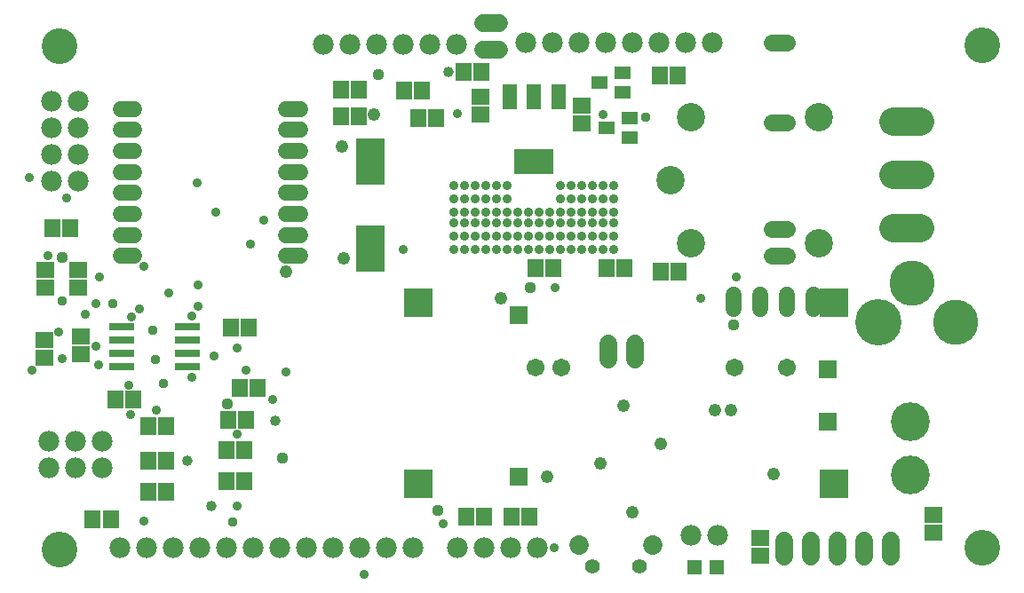
<source format=gbr>
G04 EAGLE Gerber RS-274X export*
G75*
%MOMM*%
%FSLAX34Y34*%
%LPD*%
%INSoldermask Top*%
%IPPOS*%
%AMOC8*
5,1,8,0,0,1.08239X$1,22.5*%
G01*
%ADD10C,3.403200*%
%ADD11R,1.422400X2.438400*%
%ADD12R,3.803200X2.403200*%
%ADD13R,1.503200X1.703200*%
%ADD14C,1.981200*%
%ADD15R,1.703200X1.503200*%
%ADD16C,2.703200*%
%ADD17C,2.743200*%
%ADD18R,1.603200X1.203200*%
%ADD19C,1.511200*%
%ADD20C,1.611200*%
%ADD21R,2.703200X4.503200*%
%ADD22R,1.403200X1.403200*%
%ADD23R,2.403200X0.703200*%
%ADD24C,1.411200*%
%ADD25C,1.853200*%
%ADD26C,1.727200*%
%ADD27R,1.727200X1.727200*%
%ADD28C,1.524000*%
%ADD29R,2.703200X2.703200*%
%ADD30C,4.419200*%
%ADD31C,4.318000*%
%ADD32C,3.703200*%
%ADD33C,1.711200*%
%ADD34C,0.914400*%
%ADD35C,1.209600*%
%ADD36C,1.009600*%
%ADD37C,0.959600*%
%ADD38C,1.109600*%


D10*
X35000Y514700D03*
X35000Y35000D03*
X914800Y36500D03*
X914800Y515700D03*
D11*
X510794Y466598D03*
X487680Y466598D03*
X464566Y466598D03*
D12*
X487680Y404620D03*
D13*
X28330Y341630D03*
X45330Y341630D03*
D14*
X414020Y516890D03*
X388620Y516890D03*
X363220Y516890D03*
X337820Y516890D03*
X312420Y516890D03*
X287020Y516890D03*
D13*
X437760Y490220D03*
X420760Y490220D03*
D14*
X657860Y518160D03*
X632460Y518160D03*
X607060Y518160D03*
X581660Y518160D03*
X556260Y518160D03*
X530860Y518160D03*
X505460Y518160D03*
X480060Y518160D03*
D13*
X363610Y472440D03*
X380610Y472440D03*
D15*
X436880Y466970D03*
X436880Y449970D03*
X532892Y458588D03*
X532892Y441588D03*
D14*
X414176Y36564D03*
X439576Y36564D03*
X464976Y36564D03*
X490376Y36564D03*
D15*
X21590Y301870D03*
X21590Y284870D03*
D16*
X637540Y447040D03*
X637540Y327040D03*
X759540Y447040D03*
X759540Y327040D03*
X617540Y387040D03*
D17*
X830580Y341630D02*
X855980Y341630D01*
X855980Y392430D02*
X830580Y392430D01*
X830580Y443230D02*
X855980Y443230D01*
D13*
X607704Y486918D03*
X624704Y486918D03*
D18*
X550340Y480060D03*
X572340Y489560D03*
X572340Y470560D03*
D13*
X556650Y303022D03*
X573650Y303022D03*
D14*
X27940Y462280D03*
X53340Y462280D03*
X27940Y436880D03*
X53340Y436880D03*
X27940Y411480D03*
X53340Y411480D03*
X27940Y386080D03*
X53340Y386080D03*
D19*
X93450Y314970D02*
X106530Y314970D01*
X106530Y334970D02*
X93450Y334970D01*
X93450Y354970D02*
X106530Y354970D01*
X106530Y374970D02*
X93450Y374970D01*
X93450Y394970D02*
X106530Y394970D01*
X106530Y414970D02*
X93450Y414970D01*
X93450Y434970D02*
X106530Y434970D01*
X106530Y454970D02*
X93450Y454970D01*
X251530Y314970D02*
X264610Y314970D01*
X264610Y334970D02*
X251530Y334970D01*
X251530Y354970D02*
X264610Y354970D01*
X264610Y374970D02*
X251530Y374970D01*
X251530Y394970D02*
X264610Y394970D01*
X264610Y414970D02*
X251530Y414970D01*
X251530Y434970D02*
X264610Y434970D01*
X264610Y454970D02*
X251530Y454970D01*
D20*
X714320Y314960D02*
X728400Y314960D01*
X728400Y340360D02*
X714320Y340360D01*
X714320Y441960D02*
X728400Y441960D01*
X728400Y518160D02*
X714320Y518160D01*
D21*
X331470Y321720D03*
X331470Y404720D03*
D15*
X703072Y45838D03*
X703072Y28838D03*
D22*
X640756Y18034D03*
X661756Y18034D03*
D23*
X94190Y247650D03*
X94190Y235050D03*
X94190Y222350D03*
X94190Y209650D03*
X157270Y247650D03*
X157270Y234950D03*
X157270Y222250D03*
X157270Y209550D03*
D13*
X215510Y246380D03*
X198510Y246380D03*
D14*
X76200Y138430D03*
X76200Y113030D03*
X50800Y138430D03*
X50800Y113030D03*
X25400Y138430D03*
X25400Y113030D03*
X92710Y36830D03*
X118110Y36830D03*
X143510Y36830D03*
X168910Y36830D03*
X194310Y36830D03*
X219710Y36830D03*
X372110Y36830D03*
X346710Y36830D03*
X321310Y36830D03*
X295910Y36830D03*
X270510Y36830D03*
X245110Y36830D03*
D13*
X394580Y446278D03*
X377580Y446278D03*
D15*
X21082Y235068D03*
X21082Y218068D03*
D13*
X465972Y65786D03*
X482972Y65786D03*
D24*
X588036Y18754D03*
X543036Y18754D03*
D25*
X600536Y38754D03*
X530536Y38754D03*
D13*
X320920Y448310D03*
X303920Y448310D03*
X303920Y473710D03*
X320920Y473710D03*
X119770Y90170D03*
X136770Y90170D03*
X119770Y119380D03*
X136770Y119380D03*
X136770Y152400D03*
X119770Y152400D03*
X206892Y189230D03*
X223892Y189230D03*
X212970Y158750D03*
X195970Y158750D03*
X194700Y100330D03*
X211700Y100330D03*
X211700Y129540D03*
X194700Y129540D03*
D14*
X662686Y48514D03*
X637286Y48514D03*
D15*
X53340Y284870D03*
X53340Y301870D03*
X55372Y237862D03*
X55372Y220862D03*
D18*
X556690Y436880D03*
X578690Y446380D03*
X578690Y427380D03*
D13*
X488832Y303276D03*
X505832Y303276D03*
X105274Y177546D03*
X88274Y177546D03*
X608466Y299974D03*
X625466Y299974D03*
D15*
X868426Y67682D03*
X868426Y50682D03*
D13*
X83938Y64008D03*
X66938Y64008D03*
D26*
X777240Y43180D02*
X777240Y27940D01*
X802640Y27940D02*
X802640Y43180D01*
X828040Y43180D02*
X828040Y27940D01*
X751840Y27940D02*
X751840Y43180D01*
X726440Y43180D02*
X726440Y27940D01*
D27*
X767370Y156686D03*
X767370Y206686D03*
X473370Y104686D03*
X473370Y258686D03*
D28*
X753872Y264668D02*
X753872Y277876D01*
X728472Y277876D02*
X728472Y264668D01*
X703072Y264668D02*
X703072Y277876D01*
X677672Y277876D02*
X677672Y264668D01*
D26*
X454660Y537210D02*
X439420Y537210D01*
X439420Y511810D02*
X454660Y511810D01*
D29*
X773430Y97790D03*
X773430Y270510D03*
X377190Y270510D03*
X377190Y97790D03*
D30*
X816262Y251460D03*
D31*
X889470Y251714D03*
X848040Y289076D03*
D32*
X846328Y106172D03*
X846328Y156972D03*
D33*
X728980Y208280D03*
X678980Y208280D03*
X513980Y208280D03*
X488980Y208280D03*
D26*
X584200Y215900D02*
X584200Y231140D01*
X558800Y231140D02*
X558800Y215900D01*
D13*
X440300Y66040D03*
X423300Y66040D03*
D34*
X646176Y274828D03*
X414782Y450342D03*
X41656Y369824D03*
X127508Y167640D03*
X72390Y211328D03*
D35*
X304800Y419100D03*
X335280Y449580D03*
X251460Y299720D03*
X306070Y312420D03*
D36*
X157480Y119380D03*
X180340Y76200D03*
X241300Y157480D03*
X406400Y490220D03*
D37*
X200660Y60960D03*
X594360Y447040D03*
X134620Y193040D03*
X86360Y269240D03*
X38100Y271780D03*
X124460Y243840D03*
X127000Y215900D03*
D35*
X675640Y167640D03*
X716280Y106680D03*
D38*
X483616Y284734D03*
X396240Y72390D03*
X38100Y313690D03*
X339090Y487680D03*
X195580Y173990D03*
X247650Y121920D03*
D35*
X455676Y274066D03*
D38*
X677672Y248920D03*
D34*
X441960Y382270D03*
X431800Y382270D03*
X421640Y382270D03*
X421640Y369570D03*
X431800Y369570D03*
X441960Y369570D03*
X421640Y356870D03*
X431800Y356870D03*
X441960Y356870D03*
X452120Y356870D03*
X462280Y356870D03*
X472440Y356870D03*
X482600Y356870D03*
X492760Y356870D03*
X502920Y356870D03*
X513080Y356870D03*
X523240Y356870D03*
X533400Y356870D03*
X543560Y356870D03*
X553720Y356870D03*
X563880Y356870D03*
X563880Y369570D03*
X553720Y369570D03*
X543560Y369570D03*
X533400Y369570D03*
X523240Y369570D03*
X513080Y369570D03*
X462280Y369570D03*
X452120Y369570D03*
X452120Y382270D03*
X462280Y382270D03*
X513080Y382270D03*
X523240Y382270D03*
X533400Y382270D03*
X543560Y382270D03*
X553720Y382270D03*
X563880Y382270D03*
X139700Y279400D03*
X111760Y264160D03*
X167640Y266700D03*
X104140Y256540D03*
X34290Y242570D03*
X363220Y321310D03*
X204470Y144780D03*
X102870Y163830D03*
X182880Y219710D03*
X101600Y191770D03*
X24130Y314960D03*
X167640Y287020D03*
X229870Y349250D03*
X115570Y62230D03*
X69850Y228600D03*
X38100Y217170D03*
X6350Y389890D03*
X204470Y76200D03*
D35*
X550672Y116840D03*
D34*
X238760Y177800D03*
X251460Y204470D03*
X401320Y59690D03*
X217170Y326390D03*
X213360Y205740D03*
X506730Y36830D03*
X325374Y11430D03*
X553720Y449326D03*
X508000Y284480D03*
X680466Y295148D03*
X533400Y321310D03*
X543560Y321310D03*
X553720Y321310D03*
X563880Y321310D03*
X563880Y334010D03*
X553720Y334010D03*
X543560Y334010D03*
X533400Y334010D03*
X533400Y346710D03*
X543560Y346710D03*
X553720Y346710D03*
X563880Y346710D03*
X492760Y321310D03*
X502920Y321310D03*
X513080Y321310D03*
X523240Y321310D03*
X523240Y334010D03*
X513080Y334010D03*
X502920Y334010D03*
X492760Y334010D03*
X492760Y346710D03*
X502920Y346710D03*
X513080Y346710D03*
X523240Y346710D03*
X452120Y321310D03*
X462280Y321310D03*
X472440Y321310D03*
X482600Y321310D03*
X482600Y334010D03*
X472440Y334010D03*
X462280Y334010D03*
X452120Y334010D03*
X452120Y346710D03*
X462280Y346710D03*
X472440Y346710D03*
X482600Y346710D03*
X411480Y321310D03*
X421640Y321310D03*
X431800Y321310D03*
X441960Y321310D03*
X441960Y334010D03*
X431800Y334010D03*
X421640Y334010D03*
X411480Y334010D03*
X411480Y346710D03*
X421640Y346710D03*
X431800Y346710D03*
X441960Y346710D03*
X411480Y382270D03*
X411480Y369570D03*
X411480Y356870D03*
X184150Y356870D03*
X161290Y257810D03*
X161290Y199390D03*
X204470Y227330D03*
X59690Y259080D03*
X69850Y269240D03*
X166370Y384810D03*
X115570Y304800D03*
X73660Y294640D03*
D35*
X608838Y135636D03*
X581660Y70612D03*
X573278Y172212D03*
X500380Y104140D03*
D34*
X8890Y205740D03*
D35*
X660400Y167640D03*
M02*

</source>
